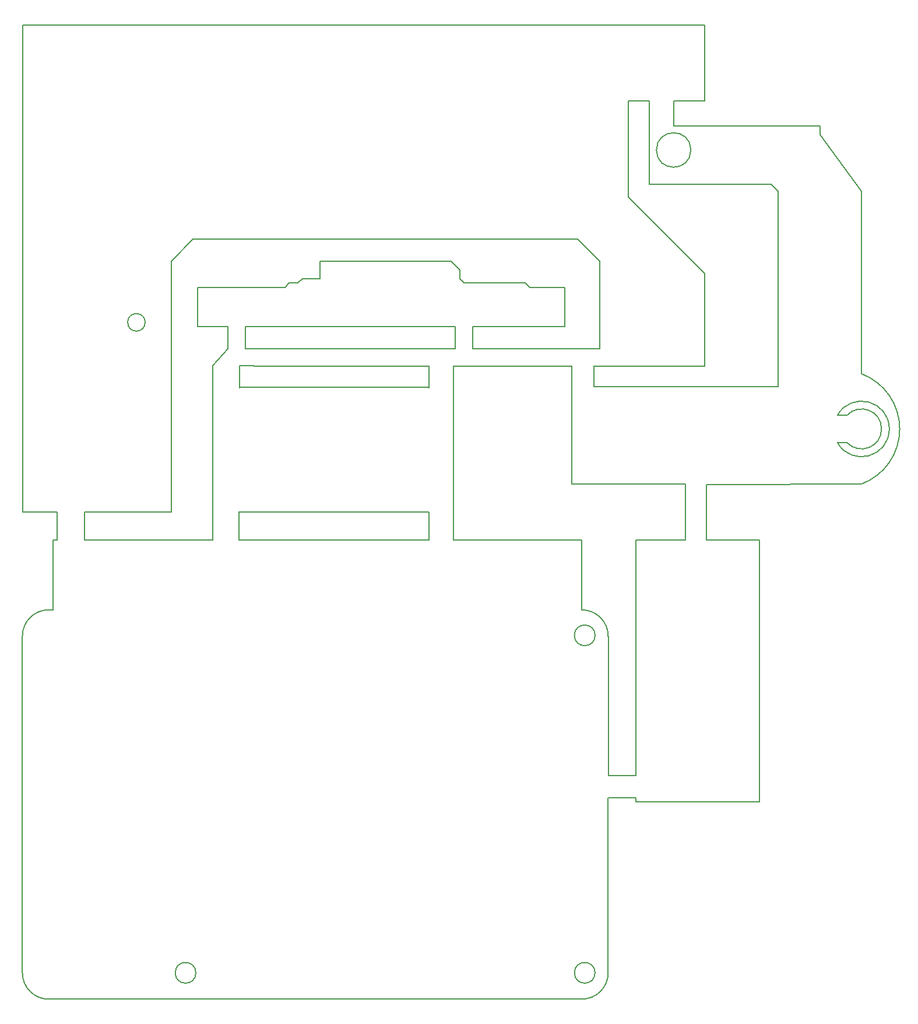
<source format=gbr>
G04 #@! TF.GenerationSoftware,KiCad,Pcbnew,5.1.6-c6e7f7d~87~ubuntu19.10.1*
G04 #@! TF.CreationDate,2021-07-01T13:16:57+03:00*
G04 #@! TF.ProjectId,authenticator2.0,61757468-656e-4746-9963-61746f72322e,rev?*
G04 #@! TF.SameCoordinates,Original*
G04 #@! TF.FileFunction,Profile,NP*
%FSLAX46Y46*%
G04 Gerber Fmt 4.6, Leading zero omitted, Abs format (unit mm)*
G04 Created by KiCad (PCBNEW 5.1.6-c6e7f7d~87~ubuntu19.10.1) date 2021-07-01 13:16:57*
%MOMM*%
%LPD*%
G01*
G04 APERTURE LIST*
G04 #@! TA.AperFunction,Profile*
%ADD10C,0.150000*%
G04 #@! TD*
G04 APERTURE END LIST*
D10*
X43600000Y-24500000D02*
X45845000Y-21990000D01*
X37590000Y-21990000D02*
X37590000Y-24500000D01*
X101840000Y-27500000D02*
X115060000Y-27500000D01*
X111000000Y-24530000D02*
X115060000Y-24530000D01*
X115316000Y-49800000D02*
X123050000Y-49800000D01*
X106000000Y-49800000D02*
X112268000Y-49756000D01*
X112268000Y-41656000D02*
X106000000Y-41650000D01*
X115316000Y-41700000D02*
X117100000Y-41700000D01*
X97750000Y-41650000D02*
X106000000Y-41650000D01*
X110600000Y14000000D02*
X115060000Y14000000D01*
X104000000Y14000000D02*
X107050000Y14000000D01*
X114050000Y10350000D02*
X110600000Y10350000D01*
X110600000Y10400000D02*
X110600000Y14000000D01*
X107050000Y10350000D02*
X107050000Y14000000D01*
X99000000Y-27500000D02*
X101840000Y-27500000D01*
X122160000Y-27500000D02*
X115060000Y-27500000D01*
X106805000Y-24530000D02*
X99000000Y-24530000D01*
X94740000Y-24530000D02*
X95750000Y-24530000D01*
X99000000Y-27500000D02*
X99000000Y-24500000D01*
X95750000Y-27500000D02*
X95750000Y-24500000D01*
X113050500Y6850000D02*
G75*
G03*
X113050500Y6850000I-2500500J0D01*
G01*
X107050000Y10350000D02*
X107050000Y1850000D01*
X114050000Y1850000D02*
X107050000Y1850000D01*
X75000000Y-27600000D02*
X47500000Y-27600000D01*
X75000000Y-45700000D02*
X47400000Y-45700000D01*
X25000000Y-49800000D02*
X37540000Y-49760000D01*
X20395000Y-49760000D02*
X21000000Y-49760000D01*
X16000000Y-45720000D02*
X21000000Y-45720000D01*
X25000000Y-45700000D02*
X37590000Y-45700000D01*
X40080000Y-49760000D02*
X43600000Y-49760000D01*
X52780000Y-49760000D02*
X47400000Y-49760000D01*
X67385000Y-49760000D02*
X75000000Y-49760000D01*
X81355000Y-49760000D02*
X78600000Y-49760000D01*
X47500000Y-24500000D02*
X49655000Y-24500000D01*
X73785000Y-24530000D02*
X75000000Y-24530000D01*
X94740000Y-24530000D02*
X78600000Y-24530000D01*
X122160000Y-27500000D02*
X125750000Y-27500000D01*
X109345000Y-24530000D02*
X111000000Y-24530000D01*
X117100000Y-41700000D02*
X137849999Y-41649999D01*
X105050000Y-49800000D02*
X106000000Y-49800000D01*
X115316000Y-49800000D02*
X115316000Y-41700000D01*
X112268000Y-49756000D02*
X112268000Y-41656000D01*
X97230000Y-49760000D02*
X94690000Y-49760000D01*
X101100000Y-63800000D02*
X101030000Y-63730000D01*
X101100000Y-84000000D02*
X101100000Y-63800000D01*
X101040000Y-94210000D02*
X101040000Y-87200000D01*
X105050000Y-87800000D02*
X105050000Y-87200000D01*
X105050000Y-49800000D02*
X105050000Y-84000000D01*
X105100000Y-84000000D02*
X101100000Y-84000000D01*
X105100000Y-87200000D02*
X101100000Y-87200000D01*
X115060000Y-14370000D02*
X115060000Y-11100000D01*
X115060000Y20555000D02*
X115060000Y14000000D01*
X104000000Y0D02*
X115100000Y-11100000D01*
X104000000Y14000000D02*
X104000000Y0D01*
X81355000Y-49760000D02*
X83895000Y-49760000D01*
X64845000Y-49760000D02*
X67385000Y-49760000D01*
X57860000Y-49760000D02*
X60400000Y-49760000D01*
X52780000Y-49760000D02*
X55320000Y-49760000D01*
X37540000Y-49760000D02*
X40080000Y-49760000D01*
X75000000Y-45700000D02*
X75000000Y-49800000D01*
X78600000Y-45650000D02*
X78600000Y-49800000D01*
X47400000Y-45600000D02*
X47400000Y-49800000D01*
X43600000Y-45650000D02*
X43600000Y-49800000D01*
X75000000Y-24500000D02*
X75000000Y-27700000D01*
X105050000Y-87800000D02*
X123050000Y-87800000D01*
X78600000Y-27650000D02*
X78600000Y-24500000D01*
X60450000Y-24530000D02*
X62990000Y-24530000D01*
X47500000Y-27700000D02*
X47500000Y-24500000D01*
X43600000Y-27650000D02*
X43600000Y-24500000D01*
X25000000Y-45700000D02*
X25000000Y-49800000D01*
X21000000Y-49800000D02*
X21000000Y-45700000D01*
X94690000Y-116435000D02*
X97230000Y-116435000D01*
X54050000Y-116435000D02*
X56590000Y-116435000D01*
X19760000Y-116435000D02*
X22300000Y-116435000D01*
X123050000Y-87800000D02*
X123050000Y-49800000D01*
X15950000Y-78335000D02*
X15950000Y-75795000D01*
X15950000Y-111355000D02*
X15950000Y-108815000D01*
X41148200Y-112617230D02*
G75*
G03*
X41148200Y-112617230I-1500000J0D01*
G01*
X19760000Y-59920000D02*
X20395000Y-59920000D01*
X15950000Y-65635000D02*
X15950000Y-63730000D01*
X15950000Y-63730000D02*
G75*
G02*
X19760000Y-59920000I3810000J0D01*
G01*
X19760000Y-116435000D02*
G75*
G02*
X15950000Y-112625000I0J3810000D01*
G01*
X101040000Y-112625000D02*
X101040000Y-94210000D01*
X101040000Y-112625000D02*
G75*
G02*
X97230000Y-116435000I-3810000J0D01*
G01*
X76275000Y-116435000D02*
X71830000Y-116435000D01*
X92785000Y-49760000D02*
X90245000Y-49760000D01*
X20395000Y-49760000D02*
X20395000Y-59920000D01*
X97230000Y-59920000D02*
X97230000Y-49760000D01*
X78815000Y-116435000D02*
X76275000Y-116435000D01*
X67385000Y-116435000D02*
X71830000Y-116435000D01*
X43255000Y-116435000D02*
X44525000Y-116435000D01*
X15950000Y-66270000D02*
X15950000Y-63730000D01*
X15950000Y-84050000D02*
X15950000Y-100560000D01*
X97230000Y-59920000D02*
G75*
G02*
X101040000Y-63730000I0J-3810000D01*
G01*
X99136400Y-63620630D02*
G75*
G03*
X99136400Y-63620630I-1500000J0D01*
G01*
X99136400Y-112617230D02*
G75*
G03*
X99136400Y-112617230I-1500000J0D01*
G01*
X64845000Y-49760000D02*
X60400000Y-49760000D01*
X94690000Y-49760000D02*
X83895000Y-49760000D01*
X15950000Y-112625000D02*
X15950000Y-111355000D01*
X15950000Y-100560000D02*
X15950000Y-108815000D01*
X15950000Y-78335000D02*
X15950000Y-84050000D01*
X15950000Y-75795000D02*
X15950000Y-66270000D01*
X56590000Y-116435000D02*
X67385000Y-116435000D01*
X44525000Y-116435000D02*
X54050000Y-116435000D01*
X63575000Y-49760000D02*
X61035000Y-49760000D01*
X78815000Y-116435000D02*
X94690000Y-116435000D01*
X43255000Y-116435000D02*
X22300000Y-116435000D01*
X57860000Y-49760000D02*
X55320000Y-49760000D01*
X43600000Y-27650000D02*
X43600000Y-45650000D01*
X78600000Y-45650000D02*
X78600000Y-27650000D01*
X114050000Y10350000D02*
X131850000Y10350000D01*
X114050000Y1850000D02*
X124750000Y1850000D01*
X137850000Y850000D02*
X131850000Y9050000D01*
X137850000Y-25650001D02*
X137850000Y850000D01*
X131850000Y10350000D02*
X131850000Y9050000D01*
X125750000Y850000D02*
X124750000Y1850000D01*
X125750000Y-27550000D02*
X125750000Y850000D01*
X95750000Y-41650000D02*
X95750000Y-27550000D01*
X97750000Y-41650000D02*
X95750000Y-41650000D01*
X137850000Y-25650002D02*
G75*
G02*
X137849999Y-41649999I-3000000J-7999998D01*
G01*
X135750000Y-35649999D02*
X134350001Y-35649999D01*
X135750001Y-31650000D02*
X134350001Y-31650000D01*
X135750001Y-31650000D02*
G75*
G02*
X135750000Y-35649999I2099999J-2000000D01*
G01*
X134350001Y-31650000D02*
G75*
G02*
X134350001Y-35649999I3499999J-2000000D01*
G01*
X37590000Y-24500000D02*
X37590000Y-45700000D01*
X16000000Y-24530000D02*
X16000000Y-45720000D01*
X81405000Y-21990000D02*
X99820000Y-21990000D01*
X81405000Y-18815000D02*
X81405000Y-21990000D01*
X78865000Y-21990000D02*
X78865000Y-18815000D01*
X48385000Y-21990000D02*
X78865000Y-21990000D01*
X48385000Y-18815000D02*
X48385000Y-21990000D01*
X45845000Y-21990000D02*
X45845000Y-18815000D01*
X115060000Y23095000D02*
X115060000Y20555000D01*
X66165000Y-9290000D02*
X68705000Y-9290000D01*
X61085000Y-9290000D02*
X63625000Y-9290000D01*
X50290000Y-13100000D02*
X52830000Y-13100000D01*
X43940000Y-13100000D02*
X46480000Y-13100000D01*
X106805000Y-24530000D02*
X109345000Y-24530000D01*
X41400000Y-16910000D02*
X41400000Y-14370000D01*
X45845000Y-18815000D02*
X41400000Y-18815000D01*
X48385000Y-18815000D02*
X56640000Y-18815000D01*
X75690000Y-18815000D02*
X73150000Y-18815000D01*
X90930000Y-18815000D02*
X81405000Y-18815000D01*
X60450000Y-24530000D02*
X49655000Y-24530000D01*
X62990000Y-24530000D02*
X72515000Y-24530000D01*
X96645000Y-6115000D02*
X96010000Y-6115000D01*
X99820000Y-9290000D02*
X96645000Y-6115000D01*
X99820000Y-21990000D02*
X99820000Y-9290000D01*
X40765000Y-6115000D02*
X96010000Y-6115000D01*
X37590000Y-9290000D02*
X40765000Y-6115000D01*
X37590000Y-9290000D02*
X37590000Y-21990000D01*
X33780000Y-18180000D02*
G75*
G03*
X33780000Y-18180000I-1270000J0D01*
G01*
X115060000Y25000000D02*
X16000000Y25000000D01*
X16000000Y25000000D02*
X16000000Y-24530000D01*
X73785000Y-24530000D02*
X72515000Y-24530000D01*
X41400000Y-13100000D02*
X42670000Y-13100000D01*
X41400000Y-14370000D02*
X41400000Y-13100000D01*
X58545000Y-18815000D02*
X69975000Y-18815000D01*
X94740000Y-18815000D02*
X91565000Y-18815000D01*
X94740000Y-18180000D02*
X94740000Y-18815000D01*
X41400000Y-16910000D02*
X41400000Y-18815000D01*
X115060000Y25000000D02*
X115060000Y23095000D01*
X115060000Y-14370000D02*
X115060000Y-24530000D01*
X63625000Y-9290000D02*
X64260000Y-9290000D01*
X68705000Y-9290000D02*
X78230000Y-9290000D01*
X66165000Y-9290000D02*
X64260000Y-9290000D01*
X59180000Y-9290000D02*
X61085000Y-9290000D01*
X52830000Y-13100000D02*
X54100000Y-13100000D01*
X46480000Y-13100000D02*
X50290000Y-13100000D01*
X43940000Y-13100000D02*
X42670000Y-13100000D01*
X73150000Y-18815000D02*
X69975000Y-18815000D01*
X75690000Y-18815000D02*
X78865000Y-18815000D01*
X90930000Y-18815000D02*
X91565000Y-18815000D01*
X56640000Y-18815000D02*
X58545000Y-18815000D01*
X54735000Y-12465000D02*
X54100000Y-13100000D01*
X56005000Y-12465000D02*
X54735000Y-12465000D01*
X56640000Y-11830000D02*
X56005000Y-12465000D01*
X80135000Y-12465000D02*
X79500000Y-11830000D01*
X89025000Y-12465000D02*
X80135000Y-12465000D01*
X89660000Y-13100000D02*
X89025000Y-12465000D01*
X59180000Y-11830000D02*
X56640000Y-11830000D01*
X79500000Y-10560000D02*
X79500000Y-11830000D01*
X78230000Y-9290000D02*
X79500000Y-10560000D01*
X59180000Y-11830000D02*
X59180000Y-9290000D01*
X94740000Y-13100000D02*
X89660000Y-13100000D01*
X94740000Y-18180000D02*
X94740000Y-13100000D01*
M02*

</source>
